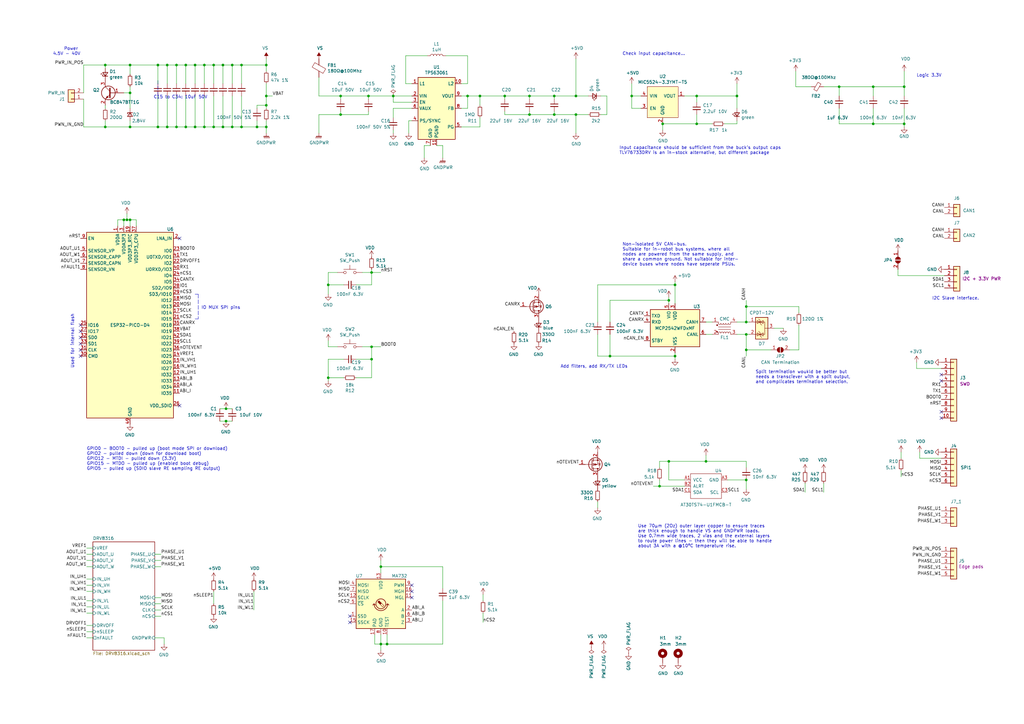
<source format=kicad_sch>
(kicad_sch (version 20210621) (generator eeschema)
  (paper "A3")
  (junction (at 43.18 26.67))
  (junction (at 43.18 52.07))
  (junction (at 50.8 90.17))
  (junction (at 52.07 90.17))
  (junction (at 53.34 26.67))
  (junction (at 53.34 38.1))
  (junction (at 53.34 52.07))
  (junction (at 53.34 90.17))
  (junction (at 64.77 26.67))
  (junction (at 64.77 52.07))
  (junction (at 68.58 26.67))
  (junction (at 68.58 52.07))
  (junction (at 72.39 26.67))
  (junction (at 72.39 52.07))
  (junction (at 76.2 26.67))
  (junction (at 76.2 52.07))
  (junction (at 80.01 26.67))
  (junction (at 80.01 52.07))
  (junction (at 83.82 26.67))
  (junction (at 83.82 52.07))
  (junction (at 87.63 26.67))
  (junction (at 87.63 52.07))
  (junction (at 91.44 26.67))
  (junction (at 91.44 52.07))
  (junction (at 92.71 167.64))
  (junction (at 92.71 172.72))
  (junction (at 95.25 26.67))
  (junction (at 95.25 52.07))
  (junction (at 99.06 26.67))
  (junction (at 99.06 52.07))
  (junction (at 105.41 52.07))
  (junction (at 109.22 26.67))
  (junction (at 109.22 39.37))
  (junction (at 109.22 43.18))
  (junction (at 109.22 52.07))
  (junction (at 134.62 116.84))
  (junction (at 134.62 154.94))
  (junction (at 139.7 39.37))
  (junction (at 139.7 46.99))
  (junction (at 151.13 39.37))
  (junction (at 152.4 111.76))
  (junction (at 152.4 142.24))
  (junction (at 152.4 147.32))
  (junction (at 156.21 232.41))
  (junction (at 156.21 264.16))
  (junction (at 158.75 264.16))
  (junction (at 161.29 39.37))
  (junction (at 191.77 39.37))
  (junction (at 196.85 39.37))
  (junction (at 207.01 39.37))
  (junction (at 217.17 39.37))
  (junction (at 217.17 46.99))
  (junction (at 227.33 39.37))
  (junction (at 227.33 46.99))
  (junction (at 236.22 39.37))
  (junction (at 236.22 46.99))
  (junction (at 250.19 146.05))
  (junction (at 259.08 39.37))
  (junction (at 270.51 199.39))
  (junction (at 271.78 50.8))
  (junction (at 274.32 123.19))
  (junction (at 274.32 189.23))
  (junction (at 276.86 116.84))
  (junction (at 276.86 146.05))
  (junction (at 285.75 39.37))
  (junction (at 285.75 50.8))
  (junction (at 289.56 189.23))
  (junction (at 302.26 39.37))
  (junction (at 306.07 125.73))
  (junction (at 306.07 132.08))
  (junction (at 306.07 137.16))
  (junction (at 306.07 143.51))
  (junction (at 306.07 196.85))
  (junction (at 344.17 35.56))
  (junction (at 358.14 35.56))
  (junction (at 358.14 50.8))
  (junction (at 370.84 35.56))
  (junction (at 370.84 50.8))
  (no_connect (at 33.02 133.35))
  (no_connect (at 33.02 135.89))
  (no_connect (at 33.02 138.43))
  (no_connect (at 33.02 140.97))
  (no_connect (at 33.02 143.51))
  (no_connect (at 33.02 146.05))
  (no_connect (at 73.66 97.79))
  (no_connect (at 73.66 166.37))
  (no_connect (at 143.51 252.73))
  (no_connect (at 143.51 255.27))
  (no_connect (at 168.91 240.03))
  (no_connect (at 168.91 242.57))
  (no_connect (at 168.91 245.11))
  (no_connect (at 386.08 153.67))
  (no_connect (at 386.08 156.21))
  (no_connect (at 386.08 168.91))
  (no_connect (at 386.08 171.45))
  (wire (pts (xy 34.29 26.67) (xy 34.29 38.1)))
  (wire (pts (xy 34.29 40.64) (xy 34.29 52.07)))
  (wire (pts (xy 35.56 224.79) (xy 38.1 224.79)))
  (wire (pts (xy 35.56 227.33) (xy 38.1 227.33)))
  (wire (pts (xy 35.56 232.41) (xy 38.1 232.41)))
  (wire (pts (xy 35.56 237.49) (xy 38.1 237.49)))
  (wire (pts (xy 35.56 242.57) (xy 38.1 242.57)))
  (wire (pts (xy 35.56 246.38) (xy 38.1 246.38)))
  (wire (pts (xy 35.56 251.46) (xy 38.1 251.46)))
  (wire (pts (xy 35.56 256.54) (xy 38.1 256.54)))
  (wire (pts (xy 35.56 261.62) (xy 38.1 261.62)))
  (wire (pts (xy 38.1 229.87) (xy 35.56 229.87)))
  (wire (pts (xy 38.1 240.03) (xy 35.56 240.03)))
  (wire (pts (xy 38.1 248.92) (xy 35.56 248.92)))
  (wire (pts (xy 38.1 259.08) (xy 35.56 259.08)))
  (wire (pts (xy 43.18 26.67) (xy 34.29 26.67)))
  (wire (pts (xy 43.18 26.67) (xy 43.18 27.94)))
  (wire (pts (xy 43.18 43.18) (xy 43.18 44.45)))
  (wire (pts (xy 43.18 49.53) (xy 43.18 52.07)))
  (wire (pts (xy 43.18 52.07) (xy 34.29 52.07)))
  (wire (pts (xy 48.26 90.17) (xy 50.8 90.17)))
  (wire (pts (xy 48.26 92.71) (xy 48.26 90.17)))
  (wire (pts (xy 50.8 90.17) (xy 52.07 90.17)))
  (wire (pts (xy 50.8 92.71) (xy 50.8 90.17)))
  (wire (pts (xy 52.07 87.63) (xy 52.07 90.17)))
  (wire (pts (xy 52.07 90.17) (xy 53.34 90.17)))
  (wire (pts (xy 53.34 26.67) (xy 43.18 26.67)))
  (wire (pts (xy 53.34 26.67) (xy 53.34 30.48)))
  (wire (pts (xy 53.34 35.56) (xy 53.34 38.1)))
  (wire (pts (xy 53.34 38.1) (xy 50.8 38.1)))
  (wire (pts (xy 53.34 38.1) (xy 53.34 44.45)))
  (wire (pts (xy 53.34 49.53) (xy 53.34 52.07)))
  (wire (pts (xy 53.34 52.07) (xy 43.18 52.07)))
  (wire (pts (xy 53.34 90.17) (xy 55.88 90.17)))
  (wire (pts (xy 53.34 92.71) (xy 53.34 90.17)))
  (wire (pts (xy 55.88 90.17) (xy 55.88 92.71)))
  (wire (pts (xy 63.5 229.87) (xy 66.04 229.87)))
  (wire (pts (xy 63.5 247.65) (xy 66.04 247.65)))
  (wire (pts (xy 64.77 26.67) (xy 53.34 26.67)))
  (wire (pts (xy 64.77 26.67) (xy 64.77 34.29)))
  (wire (pts (xy 64.77 39.37) (xy 64.77 52.07)))
  (wire (pts (xy 64.77 52.07) (xy 53.34 52.07)))
  (wire (pts (xy 66.04 227.33) (xy 63.5 227.33)))
  (wire (pts (xy 66.04 232.41) (xy 63.5 232.41)))
  (wire (pts (xy 66.04 245.11) (xy 63.5 245.11)))
  (wire (pts (xy 66.04 250.19) (xy 63.5 250.19)))
  (wire (pts (xy 66.04 252.73) (xy 63.5 252.73)))
  (wire (pts (xy 67.31 261.62) (xy 63.5 261.62)))
  (wire (pts (xy 67.31 264.16) (xy 67.31 261.62)))
  (wire (pts (xy 68.58 26.67) (xy 64.77 26.67)))
  (wire (pts (xy 68.58 26.67) (xy 68.58 34.29)))
  (wire (pts (xy 68.58 39.37) (xy 68.58 52.07)))
  (wire (pts (xy 68.58 52.07) (xy 64.77 52.07)))
  (wire (pts (xy 72.39 26.67) (xy 68.58 26.67)))
  (wire (pts (xy 72.39 26.67) (xy 72.39 34.29)))
  (wire (pts (xy 72.39 39.37) (xy 72.39 52.07)))
  (wire (pts (xy 72.39 52.07) (xy 68.58 52.07)))
  (wire (pts (xy 76.2 26.67) (xy 72.39 26.67)))
  (wire (pts (xy 76.2 26.67) (xy 76.2 34.29)))
  (wire (pts (xy 76.2 39.37) (xy 76.2 52.07)))
  (wire (pts (xy 76.2 52.07) (xy 72.39 52.07)))
  (wire (pts (xy 80.01 26.67) (xy 76.2 26.67)))
  (wire (pts (xy 80.01 26.67) (xy 80.01 34.29)))
  (wire (pts (xy 80.01 39.37) (xy 80.01 52.07)))
  (wire (pts (xy 80.01 52.07) (xy 76.2 52.07)))
  (wire (pts (xy 83.82 26.67) (xy 80.01 26.67)))
  (wire (pts (xy 83.82 26.67) (xy 83.82 34.29)))
  (wire (pts (xy 83.82 39.37) (xy 83.82 52.07)))
  (wire (pts (xy 83.82 52.07) (xy 80.01 52.07)))
  (wire (pts (xy 87.63 26.67) (xy 83.82 26.67)))
  (wire (pts (xy 87.63 26.67) (xy 87.63 34.29)))
  (wire (pts (xy 87.63 39.37) (xy 87.63 52.07)))
  (wire (pts (xy 87.63 52.07) (xy 83.82 52.07)))
  (wire (pts (xy 87.63 242.57) (xy 87.63 247.65)))
  (wire (pts (xy 90.17 172.72) (xy 92.71 172.72)))
  (wire (pts (xy 91.44 26.67) (xy 87.63 26.67)))
  (wire (pts (xy 91.44 26.67) (xy 91.44 34.29)))
  (wire (pts (xy 91.44 39.37) (xy 91.44 52.07)))
  (wire (pts (xy 91.44 52.07) (xy 87.63 52.07)))
  (wire (pts (xy 92.71 167.64) (xy 90.17 167.64)))
  (wire (pts (xy 92.71 172.72) (xy 95.25 172.72)))
  (wire (pts (xy 95.25 26.67) (xy 91.44 26.67)))
  (wire (pts (xy 95.25 26.67) (xy 95.25 34.29)))
  (wire (pts (xy 95.25 39.37) (xy 95.25 52.07)))
  (wire (pts (xy 95.25 52.07) (xy 91.44 52.07)))
  (wire (pts (xy 95.25 167.64) (xy 92.71 167.64)))
  (wire (pts (xy 99.06 26.67) (xy 95.25 26.67)))
  (wire (pts (xy 99.06 26.67) (xy 99.06 34.29)))
  (wire (pts (xy 99.06 39.37) (xy 99.06 52.07)))
  (wire (pts (xy 99.06 52.07) (xy 95.25 52.07)))
  (wire (pts (xy 104.14 242.57) (xy 104.14 250.19)))
  (wire (pts (xy 105.41 43.18) (xy 105.41 44.45)))
  (wire (pts (xy 105.41 49.53) (xy 105.41 52.07)))
  (wire (pts (xy 105.41 52.07) (xy 99.06 52.07)))
  (wire (pts (xy 109.22 24.13) (xy 109.22 26.67)))
  (wire (pts (xy 109.22 26.67) (xy 99.06 26.67)))
  (wire (pts (xy 109.22 26.67) (xy 109.22 29.21)))
  (wire (pts (xy 109.22 34.29) (xy 109.22 39.37)))
  (wire (pts (xy 109.22 39.37) (xy 109.22 43.18)))
  (wire (pts (xy 109.22 43.18) (xy 105.41 43.18)))
  (wire (pts (xy 109.22 43.18) (xy 109.22 44.45)))
  (wire (pts (xy 109.22 49.53) (xy 109.22 52.07)))
  (wire (pts (xy 109.22 52.07) (xy 105.41 52.07)))
  (wire (pts (xy 109.22 52.07) (xy 109.22 54.61)))
  (wire (pts (xy 111.76 39.37) (xy 109.22 39.37)))
  (wire (pts (xy 130.81 39.37) (xy 130.81 31.75)))
  (wire (pts (xy 130.81 39.37) (xy 139.7 39.37)))
  (wire (pts (xy 130.81 46.99) (xy 130.81 54.61)))
  (wire (pts (xy 130.81 46.99) (xy 139.7 46.99)))
  (wire (pts (xy 134.62 111.76) (xy 134.62 116.84)))
  (wire (pts (xy 134.62 116.84) (xy 134.62 120.65)))
  (wire (pts (xy 134.62 139.7) (xy 134.62 142.24)))
  (wire (pts (xy 134.62 147.32) (xy 134.62 154.94)))
  (wire (pts (xy 134.62 154.94) (xy 134.62 156.21)))
  (wire (pts (xy 138.43 111.76) (xy 134.62 111.76)))
  (wire (pts (xy 138.43 142.24) (xy 134.62 142.24)))
  (wire (pts (xy 139.7 39.37) (xy 139.7 40.64)))
  (wire (pts (xy 139.7 39.37) (xy 151.13 39.37)))
  (wire (pts (xy 139.7 45.72) (xy 139.7 46.99)))
  (wire (pts (xy 139.7 46.99) (xy 151.13 46.99)))
  (wire (pts (xy 140.97 116.84) (xy 134.62 116.84)))
  (wire (pts (xy 140.97 147.32) (xy 134.62 147.32)))
  (wire (pts (xy 140.97 154.94) (xy 134.62 154.94)))
  (wire (pts (xy 146.05 154.94) (xy 152.4 154.94)))
  (wire (pts (xy 151.13 39.37) (xy 161.29 39.37)))
  (wire (pts (xy 151.13 40.64) (xy 151.13 39.37)))
  (wire (pts (xy 151.13 46.99) (xy 151.13 45.72)))
  (wire (pts (xy 152.4 111.76) (xy 148.59 111.76)))
  (wire (pts (xy 152.4 111.76) (xy 152.4 110.49)))
  (wire (pts (xy 152.4 111.76) (xy 152.4 116.84)))
  (wire (pts (xy 152.4 116.84) (xy 146.05 116.84)))
  (wire (pts (xy 152.4 142.24) (xy 148.59 142.24)))
  (wire (pts (xy 152.4 142.24) (xy 152.4 147.32)))
  (wire (pts (xy 152.4 147.32) (xy 146.05 147.32)))
  (wire (pts (xy 152.4 154.94) (xy 152.4 147.32)))
  (wire (pts (xy 153.67 260.35) (xy 153.67 264.16)))
  (wire (pts (xy 153.67 264.16) (xy 156.21 264.16)))
  (wire (pts (xy 156.21 111.76) (xy 152.4 111.76)))
  (wire (pts (xy 156.21 142.24) (xy 152.4 142.24)))
  (wire (pts (xy 156.21 232.41) (xy 156.21 229.87)))
  (wire (pts (xy 156.21 232.41) (xy 181.61 232.41)))
  (wire (pts (xy 156.21 234.95) (xy 156.21 232.41)))
  (wire (pts (xy 156.21 260.35) (xy 156.21 264.16)))
  (wire (pts (xy 156.21 264.16) (xy 156.21 266.7)))
  (wire (pts (xy 158.75 260.35) (xy 158.75 264.16)))
  (wire (pts (xy 158.75 264.16) (xy 156.21 264.16)))
  (wire (pts (xy 161.29 39.37) (xy 161.29 41.91)))
  (wire (pts (xy 161.29 41.91) (xy 168.91 41.91)))
  (wire (pts (xy 161.29 44.45) (xy 161.29 48.26)))
  (wire (pts (xy 161.29 53.34) (xy 161.29 54.61)))
  (wire (pts (xy 166.37 22.86) (xy 166.37 34.29)))
  (wire (pts (xy 166.37 34.29) (xy 168.91 34.29)))
  (wire (pts (xy 167.64 49.53) (xy 167.64 54.61)))
  (wire (pts (xy 168.91 39.37) (xy 161.29 39.37)))
  (wire (pts (xy 168.91 44.45) (xy 161.29 44.45)))
  (wire (pts (xy 168.91 49.53) (xy 167.64 49.53)))
  (wire (pts (xy 173.99 59.69) (xy 173.99 64.77)))
  (wire (pts (xy 175.26 22.86) (xy 166.37 22.86)))
  (wire (pts (xy 176.53 59.69) (xy 173.99 59.69)))
  (wire (pts (xy 179.07 59.69) (xy 181.61 59.69)))
  (wire (pts (xy 181.61 59.69) (xy 181.61 64.77)))
  (wire (pts (xy 181.61 232.41) (xy 181.61 241.3)))
  (wire (pts (xy 181.61 246.38) (xy 181.61 264.16)))
  (wire (pts (xy 181.61 264.16) (xy 158.75 264.16)))
  (wire (pts (xy 189.23 34.29) (xy 191.77 34.29)))
  (wire (pts (xy 189.23 44.45) (xy 191.77 44.45)))
  (wire (pts (xy 189.23 52.07) (xy 196.85 52.07)))
  (wire (pts (xy 191.77 22.86) (xy 182.88 22.86)))
  (wire (pts (xy 191.77 34.29) (xy 191.77 22.86)))
  (wire (pts (xy 191.77 39.37) (xy 189.23 39.37)))
  (wire (pts (xy 191.77 39.37) (xy 196.85 39.37)))
  (wire (pts (xy 191.77 44.45) (xy 191.77 39.37)))
  (wire (pts (xy 196.85 39.37) (xy 196.85 43.18)))
  (wire (pts (xy 196.85 39.37) (xy 207.01 39.37)))
  (wire (pts (xy 196.85 48.26) (xy 196.85 52.07)))
  (wire (pts (xy 198.12 243.84) (xy 198.12 246.38)))
  (wire (pts (xy 198.12 251.46) (xy 198.12 255.27)))
  (wire (pts (xy 207.01 39.37) (xy 207.01 40.64)))
  (wire (pts (xy 207.01 39.37) (xy 217.17 39.37)))
  (wire (pts (xy 207.01 45.72) (xy 207.01 46.99)))
  (wire (pts (xy 207.01 46.99) (xy 217.17 46.99)))
  (wire (pts (xy 217.17 39.37) (xy 227.33 39.37)))
  (wire (pts (xy 217.17 40.64) (xy 217.17 39.37)))
  (wire (pts (xy 217.17 46.99) (xy 217.17 45.72)))
  (wire (pts (xy 217.17 46.99) (xy 227.33 46.99)))
  (wire (pts (xy 227.33 39.37) (xy 227.33 40.64)))
  (wire (pts (xy 227.33 39.37) (xy 236.22 39.37)))
  (wire (pts (xy 227.33 45.72) (xy 227.33 46.99)))
  (wire (pts (xy 227.33 46.99) (xy 236.22 46.99)))
  (wire (pts (xy 236.22 24.13) (xy 236.22 39.37)))
  (wire (pts (xy 236.22 39.37) (xy 241.3 39.37)))
  (wire (pts (xy 236.22 46.99) (xy 236.22 54.61)))
  (wire (pts (xy 241.3 46.99) (xy 236.22 46.99)))
  (wire (pts (xy 245.11 116.84) (xy 245.11 132.08)))
  (wire (pts (xy 245.11 137.16) (xy 245.11 146.05)))
  (wire (pts (xy 245.11 146.05) (xy 250.19 146.05)))
  (wire (pts (xy 245.11 205.74) (xy 245.11 208.28)))
  (wire (pts (xy 246.38 39.37) (xy 248.92 39.37)))
  (wire (pts (xy 248.92 39.37) (xy 248.92 46.99)))
  (wire (pts (xy 248.92 46.99) (xy 246.38 46.99)))
  (wire (pts (xy 250.19 123.19) (xy 250.19 132.08)))
  (wire (pts (xy 250.19 123.19) (xy 274.32 123.19)))
  (wire (pts (xy 250.19 137.16) (xy 250.19 146.05)))
  (wire (pts (xy 250.19 146.05) (xy 276.86 146.05)))
  (wire (pts (xy 259.08 34.29) (xy 259.08 39.37)))
  (wire (pts (xy 259.08 39.37) (xy 259.08 44.45)))
  (wire (pts (xy 259.08 39.37) (xy 262.89 39.37)))
  (wire (pts (xy 259.08 44.45) (xy 262.89 44.45)))
  (wire (pts (xy 267.97 199.39) (xy 270.51 199.39)))
  (wire (pts (xy 270.51 189.23) (xy 270.51 191.77)))
  (wire (pts (xy 270.51 196.85) (xy 270.51 199.39)))
  (wire (pts (xy 270.51 199.39) (xy 280.67 199.39)))
  (wire (pts (xy 271.78 50.8) (xy 271.78 53.34)))
  (wire (pts (xy 271.78 50.8) (xy 285.75 50.8)))
  (wire (pts (xy 274.32 121.92) (xy 274.32 123.19)))
  (wire (pts (xy 274.32 123.19) (xy 274.32 124.46)))
  (wire (pts (xy 274.32 189.23) (xy 270.51 189.23)))
  (wire (pts (xy 274.32 189.23) (xy 274.32 196.85)))
  (wire (pts (xy 274.32 196.85) (xy 280.67 196.85)))
  (wire (pts (xy 276.86 115.57) (xy 276.86 116.84)))
  (wire (pts (xy 276.86 116.84) (xy 245.11 116.84)))
  (wire (pts (xy 276.86 116.84) (xy 276.86 124.46)))
  (wire (pts (xy 276.86 146.05) (xy 276.86 144.78)))
  (wire (pts (xy 276.86 146.05) (xy 276.86 147.32)))
  (wire (pts (xy 280.67 39.37) (xy 285.75 39.37)))
  (wire (pts (xy 285.75 39.37) (xy 285.75 41.91)))
  (wire (pts (xy 285.75 39.37) (xy 302.26 39.37)))
  (wire (pts (xy 285.75 46.99) (xy 285.75 50.8)))
  (wire (pts (xy 285.75 50.8) (xy 292.1 50.8)))
  (wire (pts (xy 289.56 132.08) (xy 292.1 132.08)))
  (wire (pts (xy 289.56 186.69) (xy 289.56 189.23)))
  (wire (pts (xy 289.56 189.23) (xy 274.32 189.23)))
  (wire (pts (xy 292.1 137.16) (xy 289.56 137.16)))
  (wire (pts (xy 297.18 50.8) (xy 302.26 50.8)))
  (wire (pts (xy 302.26 34.29) (xy 302.26 39.37)))
  (wire (pts (xy 302.26 39.37) (xy 302.26 44.45)))
  (wire (pts (xy 302.26 49.53) (xy 302.26 50.8)))
  (wire (pts (xy 302.26 132.08) (xy 306.07 132.08)))
  (wire (pts (xy 302.26 137.16) (xy 306.07 137.16)))
  (wire (pts (xy 306.07 125.73) (xy 306.07 123.19)))
  (wire (pts (xy 306.07 125.73) (xy 306.07 132.08)))
  (wire (pts (xy 306.07 125.73) (xy 327.66 125.73)))
  (wire (pts (xy 306.07 137.16) (xy 306.07 143.51)))
  (wire (pts (xy 306.07 143.51) (xy 306.07 146.05)))
  (wire (pts (xy 306.07 143.51) (xy 316.23 143.51)))
  (wire (pts (xy 306.07 189.23) (xy 289.56 189.23)))
  (wire (pts (xy 306.07 191.77) (xy 306.07 189.23)))
  (wire (pts (xy 306.07 196.85) (xy 298.45 196.85)))
  (wire (pts (xy 306.07 196.85) (xy 306.07 200.66)))
  (wire (pts (xy 307.34 132.08) (xy 306.07 132.08)))
  (wire (pts (xy 307.34 137.16) (xy 306.07 137.16)))
  (wire (pts (xy 317.5 134.62) (xy 321.31 134.62)))
  (wire (pts (xy 326.39 29.21) (xy 326.39 35.56)))
  (wire (pts (xy 326.39 35.56) (xy 332.74 35.56)))
  (wire (pts (xy 327.66 125.73) (xy 327.66 128.27)))
  (wire (pts (xy 327.66 133.35) (xy 327.66 143.51)))
  (wire (pts (xy 327.66 143.51) (xy 323.85 143.51)))
  (wire (pts (xy 330.2 198.12) (xy 330.2 201.93)))
  (wire (pts (xy 337.82 198.12) (xy 337.82 201.93)))
  (wire (pts (xy 344.17 35.56) (xy 337.82 35.56)))
  (wire (pts (xy 344.17 35.56) (xy 344.17 39.37)))
  (wire (pts (xy 344.17 35.56) (xy 358.14 35.56)))
  (wire (pts (xy 344.17 44.45) (xy 344.17 50.8)))
  (wire (pts (xy 344.17 50.8) (xy 358.14 50.8)))
  (wire (pts (xy 358.14 35.56) (xy 358.14 39.37)))
  (wire (pts (xy 358.14 35.56) (xy 370.84 35.56)))
  (wire (pts (xy 358.14 44.45) (xy 358.14 50.8)))
  (wire (pts (xy 358.14 50.8) (xy 370.84 50.8)))
  (wire (pts (xy 368.3 110.49) (xy 368.3 113.03)))
  (wire (pts (xy 368.3 113.03) (xy 387.35 113.03)))
  (wire (pts (xy 369.57 185.42) (xy 369.57 187.96)))
  (wire (pts (xy 369.57 193.04) (xy 369.57 195.58)))
  (wire (pts (xy 370.84 29.21) (xy 370.84 35.56)))
  (wire (pts (xy 370.84 35.56) (xy 370.84 39.37)))
  (wire (pts (xy 370.84 44.45) (xy 370.84 50.8)))
  (wire (pts (xy 370.84 50.8) (xy 370.84 52.07)))
  (wire (pts (xy 375.92 148.59) (xy 375.92 151.13)))
  (wire (pts (xy 375.92 151.13) (xy 386.08 151.13)))
  (wire (pts (xy 377.19 187.96) (xy 377.19 185.42)))
  (wire (pts (xy 386.08 187.96) (xy 377.19 187.96)))
  (polyline (pts (xy 64.77 33.02) (xy 64.77 40.64)))
  (polyline (pts (xy 80.01 120.65) (xy 81.28 120.65)))
  (polyline (pts (xy 81.28 120.65) (xy 81.28 130.81)))
  (polyline (pts (xy 81.28 130.81) (xy 80.01 130.81)))
  (text "Add TVS to VBATOUT" (at 16.51 -19.05 0) (effects (font (size 1.27 1.27)) (justify left bottom)))
  (text "Pick LEDs and check currents" (at 16.51 -13.97 0) (effects (font (size 1.27 1.27)) (justify left bottom)))
  (text "Check FET thresholds" (at 16.51 -8.89 0) (effects (font (size 1.27 1.27)) (justify left bottom)))
  (text "Add IO1 port" (at 17.145 -3.81 0) (effects (font (size 1.27 1.27)) (justify left bottom)))
  (text "Used for internal flash" (at 30.48 151.13 90) (effects (font (size 1.27 1.27)) (justify left bottom)))
  (text "Power \n4.5V - 40V" (at 33.02 22.86 180) (effects (font (size 1.27 1.27)) (justify right bottom)))
  (text "GPIO0 - BOOT0 - pulled up (boot mode SPI or download)\nGPIO2 - pulled down (down for download boot)\nGPIO12 - MTDI - pulled down (3.3V)\nGPIO15 - MTDO - pulled up (enabled boot debug)\nGPIO5 - pulled up (SDIO slave RE sampling RE output)" (at 35.56 193.04 0) (effects (font (size 1.27 1.27)) (justify left bottom)))
  (text "IO MUX SPI pins" (at 82.55 127 0) (effects (font (size 1.27 1.27)) (justify left bottom)))
  (text "C15 to C34: 10uF 50V" (at 85.09 40.64 180) (effects (font (size 1.27 1.27)) (justify right bottom)))
  (text "Add filters, add RX/TX LEDs" (at 229.87 151.13 0) (effects (font (size 1.27 1.27)) (justify left bottom)))
  (text "Input capacitance should be sufficient from the buck’s output caps\nTLV76733DRV is an in-stock alternative, but different package" (at 254 63.5 0) (effects (font (size 1.27 1.27)) (justify left bottom)))
  (text "Check input capacitance…" (at 255.27 22.86 0) (effects (font (size 1.27 1.27)) (justify left bottom)))
  (text "Non-isolated 5V CAN-bus.\nSuitable for in-robot bus systems, where all \nnodes are powered from the same supply, and \nshare a common ground. Not suitable for inter-\ndevice buses where nodes have seperate PSUs." (at 255.27 109.22 0) (effects (font (size 1.27 1.27)) (justify left bottom)))
  (text "Use 70µm (2Oz) outer layer copper to ensure traces \nare thick enough to handle VS and GNDPWR loads.\nUse 0.7mm wide traces, 2 vias and the external layers\nto route power lines - then they will be able to handle \nabout 3A with a @10ºC temperature rise." (at 261.62 224.79 0) (effects (font (size 1.27 1.27)) (justify left bottom)))
  (text "Split termination woukld be better but\nneeds a transciever with a split output,\nand complicates termination selection." (at 309.88 157.48 0) (effects (font (size 1.27 1.27)) (justify left bottom)))
  (text "Logic 3.3V" (at 375.92 31.75 0) (effects (font (size 1.27 1.27)) (justify left bottom)))
  (text "I2C Slave interface." (at 382.27 123.19 0) (effects (font (size 1.27 1.27)) (justify left bottom)))
  (label "nRST" (at 33.02 97.79 180))
  (label "AOUT_U1" (at 33.02 102.87 180))
  (label "AOUT_W1" (at 33.02 105.41 180))
  (label "AOUT_V1" (at 33.02 107.95 180))
  (label "nFAULT1" (at 33.02 110.49 180))
  (label "PWR_IN_POS" (at 34.29 26.67 180))
  (label "PWN_IN_GND" (at 34.29 52.07 180))
  (label "VREF1" (at 35.56 224.79 180))
  (label "AOUT_U1" (at 35.56 227.33 180))
  (label "AOUT_V1" (at 35.56 229.87 180))
  (label "AOUT_W1" (at 35.56 232.41 180))
  (label "IN_UH1" (at 35.56 237.49 180))
  (label "IN_VH1" (at 35.56 240.03 180))
  (label "IN_WH1" (at 35.56 242.57 180))
  (label "IN_UL1" (at 35.56 246.38 180))
  (label "IN_VL1" (at 35.56 248.92 180))
  (label "IN_WL1" (at 35.56 251.46 180))
  (label "DRVOFF1" (at 35.56 256.54 180))
  (label "nSLEEP1" (at 35.56 259.08 180))
  (label "nFAULT1" (at 35.56 261.62 180))
  (label "PHASE_U1" (at 66.04 227.33 0))
  (label "PHASE_V1" (at 66.04 229.87 0))
  (label "PHASE_W1" (at 66.04 232.41 0))
  (label "MOSI" (at 66.04 245.11 0))
  (label "MISO" (at 66.04 247.65 0))
  (label "SCLK" (at 66.04 250.19 0))
  (label "nCS1" (at 66.04 252.73 0))
  (label "BOOT0" (at 73.66 102.87 0))
  (label "TX1" (at 73.66 105.41 0))
  (label "DRVOFF1" (at 73.66 107.95 0))
  (label "RX1" (at 73.66 110.49 0))
  (label "nCS1" (at 73.66 113.03 0))
  (label "CANTX" (at 73.66 115.57 0))
  (label "IO1" (at 73.66 118.11 0))
  (label "nCS3" (at 73.66 120.65 0))
  (label "MISO" (at 73.66 123.19 0))
  (label "MOSI" (at 73.66 125.73 0))
  (label "SCLK" (at 73.66 128.27 0))
  (label "nCS2" (at 73.66 130.81 0))
  (label "CANRX" (at 73.66 133.35 0))
  (label "VBAT" (at 73.66 135.89 0))
  (label "SDA1" (at 73.66 138.43 0))
  (label "SCL1" (at 73.66 140.97 0))
  (label "nOTEVENT" (at 73.66 143.51 0))
  (label "VREF1" (at 73.66 146.05 0))
  (label "IN_VH1" (at 73.66 148.59 0))
  (label "IN_WH1" (at 73.66 151.13 0))
  (label "IN_UH1" (at 73.66 153.67 0))
  (label "ABI_B" (at 73.66 156.21 0))
  (label "ABI_A" (at 73.66 158.75 0))
  (label "ABI_I" (at 73.66 161.29 0))
  (label "nSLEEP1" (at 87.63 245.11 180))
  (label "IN_UL1" (at 104.14 245.11 180))
  (label "IN_VL1" (at 104.14 247.65 180))
  (label "IN_WL1" (at 104.14 250.19 180))
  (label "VBAT" (at 111.76 39.37 0))
  (label "MOSI" (at 143.51 240.03 180))
  (label "MISO" (at 143.51 242.57 180))
  (label "SCLK" (at 143.51 245.11 180))
  (label "nCS2" (at 143.51 247.65 180))
  (label "nRST" (at 156.21 111.76 0))
  (label "BOOT0" (at 156.21 142.24 0))
  (label "ABI_A" (at 168.91 250.19 0))
  (label "ABI_B" (at 168.91 252.73 0))
  (label "ABI_I" (at 168.91 255.27 0))
  (label "nCS2" (at 198.12 255.27 0))
  (label "nCAN_EN" (at 210.82 135.89 180))
  (label "CANRX" (at 213.36 125.73 180))
  (label "nOTEVENT" (at 237.49 190.5 180))
  (label "CANTX" (at 264.16 129.54 180))
  (label "CANRX" (at 264.16 132.08 180))
  (label "nCAN_EN" (at 264.16 139.7 180))
  (label "nOTEVENT" (at 267.97 199.39 180))
  (label "SDA1" (at 280.67 201.93 180))
  (label "SCL1" (at 298.45 201.93 0))
  (label "CANH" (at 306.07 123.19 90))
  (label "CANL" (at 306.07 146.05 270))
  (label "SDA1" (at 330.2 201.93 180))
  (label "SCL1" (at 337.82 201.93 180))
  (label "nCS3" (at 369.57 195.58 0))
  (label "RX1" (at 386.08 158.75 180))
  (label "TX1" (at 386.08 161.29 180))
  (label "BOOT0" (at 386.08 163.83 180))
  (label "nRST" (at 386.08 166.37 180))
  (label "MOSI" (at 386.08 190.5 180))
  (label "MISO" (at 386.08 193.04 180))
  (label "SCLK" (at 386.08 195.58 180))
  (label "nCS3" (at 386.08 198.12 180))
  (label "PHASE_U1" (at 386.08 209.55 180))
  (label "PHASE_V1" (at 386.08 212.09 180))
  (label "PHASE_W1" (at 386.08 214.63 180))
  (label "PWR_IN_POS" (at 386.08 226.06 180))
  (label "PWN_IN_GND" (at 386.08 228.6 180))
  (label "PHASE_U1" (at 386.08 231.14 180))
  (label "PHASE_V1" (at 386.08 233.68 180))
  (label "PHASE_W1" (at 386.08 236.22 180))
  (label "CANH" (at 387.35 85.09 180))
  (label "CANL" (at 387.35 87.63 180))
  (label "CANH" (at 387.35 95.25 180))
  (label "CANL" (at 387.35 97.79 180))
  (label "SDA1" (at 387.35 115.57 180))
  (label "SCL1" (at 387.35 118.11 180))
  (symbol (lib_id "power:VDD") (at 52.07 87.63 0) (mirror y) (unit 1)
    (property "Reference" "#PWR01" (effects hide))
    (property "Value" "VDD" (at 51.6382 83.2358 0))
  )
  (symbol (lib_id "power:+5VD") (at 87.63 237.49 0) (unit 1)
    (property "Reference" "#PWR03" (effects hide))
    (property "Value" "+5VD" (at 88.011 233.0958 0))
  )
  (symbol (lib_id "power:VDD") (at 92.71 167.64 0) (mirror y) (unit 1)
    (property "Reference" "#PWR07" (effects hide))
    (property "Value" "VDD" (at 92.2782 163.2458 0))
  )
  (symbol (lib_id "power:VDD") (at 104.14 237.49 0) (unit 1)
    (property "Reference" "#PWR0103" (effects hide))
    (property "Value" "VDD" (at 104.5718 233.0958 0))
  )
  (symbol (lib_id "power:VS") (at 109.22 24.13 0) (mirror y) (unit 1)
    (property "Reference" "#PWR05" (effects hide))
    (property "Value" "VS" (at 108.7882 19.7358 0))
  )
  (symbol (lib_id "power:VS") (at 130.81 24.13 0) (unit 1)
    (property "Reference" "#PWR09" (effects hide))
    (property "Value" "VS" (at 131.2418 19.7358 0))
  )
  (symbol (lib_id "power:VDD") (at 134.62 139.7 0) (mirror y) (unit 1)
    (property "Reference" "#PWR018" (effects hide))
    (property "Value" "VDD" (at 134.1882 135.3058 0))
  )
  (symbol (lib_id "power:VDD") (at 152.4 105.41 0) (unit 1)
    (property "Reference" "#PWR020" (effects hide))
    (property "Value" "VDD" (at 149.86 101.6 0) (effects (justify left)))
  )
  (symbol (lib_id "power:VDD") (at 156.21 229.87 0) (unit 1)
    (property "Reference" "#PWR049" (effects hide))
    (property "Value" "VDD" (at 156.6418 225.4758 0))
  )
  (symbol (lib_id "power:VDD") (at 198.12 243.84 0) (unit 1)
    (property "Reference" "#PWR023" (effects hide))
    (property "Value" "VDD" (at 198.5518 239.4458 0))
  )
  (symbol (lib_id "power:VDD") (at 220.98 120.65 0) (mirror y) (unit 1)
    (property "Reference" "#PWR022" (effects hide))
    (property "Value" "VDD" (at 218.44 118.11 0))
  )
  (symbol (lib_id "power:+5VD") (at 236.22 24.13 0) (unit 1)
    (property "Reference" "#PWR024" (effects hide))
    (property "Value" "+5VD" (at 236.601 19.7358 0))
  )
  (symbol (lib_id "power:VS") (at 242.57 265.43 0) (mirror y) (unit 1)
    (property "Reference" "#PWR027" (effects hide))
    (property "Value" "VS" (at 242.1382 261.0358 0))
  )
  (symbol (lib_id "power:VDD") (at 245.11 185.42 0) (mirror y) (unit 1)
    (property "Reference" "#PWR033" (effects hide))
    (property "Value" "VDD" (at 244.6782 181.0258 0))
  )
  (symbol (lib_id "power:VDD") (at 247.65 265.43 0) (mirror y) (unit 1)
    (property "Reference" "#PWR028" (effects hide))
    (property "Value" "VDD" (at 247.2182 261.0358 0))
  )
  (symbol (lib_id "power:+5VD") (at 259.08 34.29 0) (unit 1)
    (property "Reference" "#PWR031" (effects hide))
    (property "Value" "+5VD" (at 259.461 29.8958 0))
  )
  (symbol (lib_id "power:VDD") (at 274.32 121.92 0) (mirror y) (unit 1)
    (property "Reference" "#PWR038" (effects hide))
    (property "Value" "VDD" (at 271.78 119.38 0))
  )
  (symbol (lib_id "power:+5VD") (at 276.86 115.57 0) (unit 1)
    (property "Reference" "#PWR039" (effects hide))
    (property "Value" "+5VD" (at 280.67 113.03 0))
  )
  (symbol (lib_id "power:VDD") (at 289.56 186.69 0) (mirror y) (unit 1)
    (property "Reference" "#PWR044" (effects hide))
    (property "Value" "VDD" (at 289.1282 182.2958 0))
  )
  (symbol (lib_id "power:+3V3") (at 302.26 34.29 0) (mirror y) (unit 1)
    (property "Reference" "#PWR043" (effects hide))
    (property "Value" "+3V3" (at 301.879 29.8958 0))
  )
  (symbol (lib_id "power:+3V3") (at 326.39 29.21 0) (mirror y) (unit 1)
    (property "Reference" "#PWR056" (effects hide))
    (property "Value" "+3V3" (at 326.009 24.8158 0))
  )
  (symbol (lib_id "power:VDD") (at 330.2 193.04 0) (mirror y) (unit 1)
    (property "Reference" "#PWR058" (effects hide))
    (property "Value" "VDD" (at 329.7682 188.6458 0))
  )
  (symbol (lib_id "power:VDD") (at 337.82 193.04 0) (mirror y) (unit 1)
    (property "Reference" "#PWR065" (effects hide))
    (property "Value" "VDD" (at 337.3882 188.6458 0))
  )
  (symbol (lib_id "power:VDD") (at 368.3 102.87 0) (unit 1)
    (property "Reference" "#PWR0102" (effects hide))
    (property "Value" "VDD" (at 368.7318 98.4758 0))
  )
  (symbol (lib_id "power:VDD") (at 369.57 185.42 0) (unit 1)
    (property "Reference" "#PWR026" (effects hide))
    (property "Value" "VDD" (at 370.0018 181.0258 0))
  )
  (symbol (lib_id "power:VDD") (at 370.84 29.21 0) (unit 1)
    (property "Reference" "#PWR070" (effects hide))
    (property "Value" "VDD" (at 369.57 24.13 0) (effects (justify left)))
  )
  (symbol (lib_id "power:+3V3") (at 375.92 148.59 0) (mirror y) (unit 1)
    (property "Reference" "#PWR076" (effects hide))
    (property "Value" "+3V3" (at 375.539 144.1958 0))
  )
  (symbol (lib_id "power:VDD") (at 377.19 185.42 0) (unit 1)
    (property "Reference" "#PWR032" (effects hide))
    (property "Value" "VDD" (at 377.6218 181.0258 0))
  )
  (symbol (lib_id "power:PWR_FLAG") (at 161.29 39.37 0) (unit 1)
    (property "Reference" "#FLG01" (effects hide))
    (property "Value" "PWR_FLAG" (at 161.29 36.1188 90) (effects (justify left)))
  )
  (symbol (lib_id "power:PWR_FLAG") (at 242.57 265.43 0) (mirror x) (unit 1)
    (property "Reference" "#FLG05" (effects hide))
    (property "Value" "PWR_FLAG" (at 242.57 268.6812 90) (effects (justify left)))
  )
  (symbol (lib_id "power:PWR_FLAG") (at 247.65 265.43 0) (mirror x) (unit 1)
    (property "Reference" "#FLG06" (effects hide))
    (property "Value" "PWR_FLAG" (at 247.65 268.6812 90) (effects (justify left)))
  )
  (symbol (lib_id "power:PWR_FLAG") (at 257.81 267.97 0) (mirror y) (unit 1)
    (property "Reference" "#FLG08" (effects hide))
    (property "Value" "PWR_FLAG" (at 257.81 264.7188 90) (effects (justify left)))
  )
  (symbol (lib_id "power:GNDPWR") (at 109.22 54.61 0) (mirror y) (unit 1)
    (property "Reference" "#PWR06" (effects hide))
    (property "Value" "GNDPWR" (at 109.1184 58.5216 0))
  )
  (symbol (lib_id "power:GNDPWR") (at 130.81 54.61 0) (unit 1)
    (property "Reference" "#PWR010" (effects hide))
    (property "Value" "GNDPWR" (at 130.9116 58.5216 0))
  )
  (symbol (lib_id "power:GNDPWR") (at 181.61 64.77 0) (unit 1)
    (property "Reference" "#PWR014" (effects hide))
    (property "Value" "GNDPWR" (at 181.7116 68.6816 0))
  )
  (symbol (lib_id "power:GND") (at 53.34 173.99 0) (mirror y) (unit 1)
    (property "Reference" "#PWR02" (effects hide))
    (property "Value" "GND" (at 53.213 178.3842 0))
  )
  (symbol (lib_id "power:GND") (at 67.31 264.16 0) (mirror y) (unit 1)
    (property "Reference" "#PWR015" (effects hide))
    (property "Value" "GND" (at 67.183 268.5542 0))
  )
  (symbol (lib_id "power:GND") (at 87.63 252.73 0) (mirror y) (unit 1)
    (property "Reference" "#PWR04" (effects hide))
    (property "Value" "GND" (at 87.503 257.1242 0))
  )
  (symbol (lib_id "power:GND") (at 92.71 172.72 0) (mirror y) (unit 1)
    (property "Reference" "#PWR08" (effects hide))
    (property "Value" "GND" (at 92.583 177.1142 0))
  )
  (symbol (lib_id "power:GND") (at 134.62 120.65 0) (mirror y) (unit 1)
    (property "Reference" "#PWR017" (effects hide))
    (property "Value" "GND" (at 134.493 125.0442 0))
  )
  (symbol (lib_id "power:GND") (at 134.62 156.21 0) (mirror y) (unit 1)
    (property "Reference" "#PWR019" (effects hide))
    (property "Value" "GND" (at 134.493 160.6042 0))
  )
  (symbol (lib_id "power:GND") (at 156.21 266.7 0) (unit 1)
    (property "Reference" "#PWR051" (effects hide))
    (property "Value" "GND" (at 156.337 271.0942 0))
  )
  (symbol (lib_id "power:GND") (at 161.29 54.61 0) (unit 1)
    (property "Reference" "#PWR011" (effects hide))
    (property "Value" "GND" (at 161.417 59.0042 0))
  )
  (symbol (lib_id "power:GND") (at 167.64 54.61 0) (unit 1)
    (property "Reference" "#PWR012" (effects hide))
    (property "Value" "GND" (at 167.767 59.0042 0))
  )
  (symbol (lib_id "power:GND") (at 173.99 64.77 0) (unit 1)
    (property "Reference" "#PWR013" (effects hide))
    (property "Value" "GND" (at 174.117 69.1642 0))
  )
  (symbol (lib_id "power:GND") (at 210.82 140.97 0) (mirror y) (unit 1)
    (property "Reference" "#PWR052" (effects hide))
    (property "Value" "GND" (at 210.693 145.3642 0))
  )
  (symbol (lib_id "power:GND") (at 220.98 140.97 0) (mirror y) (unit 1)
    (property "Reference" "#PWR054" (effects hide))
    (property "Value" "GND" (at 220.853 145.3642 0))
  )
  (symbol (lib_id "power:GND") (at 236.22 54.61 0) (unit 1)
    (property "Reference" "#PWR025" (effects hide))
    (property "Value" "GND" (at 236.347 59.0042 0))
  )
  (symbol (lib_id "power:GND") (at 245.11 208.28 0) (mirror y) (unit 1)
    (property "Reference" "#PWR034" (effects hide))
    (property "Value" "GND" (at 244.983 212.6742 0))
  )
  (symbol (lib_id "power:GND") (at 257.81 267.97 0) (mirror y) (unit 1)
    (property "Reference" "#PWR030" (effects hide))
    (property "Value" "GND" (at 257.81 273.05 90))
  )
  (symbol (lib_id "power:GND") (at 271.78 53.34 0) (unit 1)
    (property "Reference" "#PWR036" (effects hide))
    (property "Value" "GND" (at 271.907 57.7342 0))
  )
  (symbol (lib_id "power:GND") (at 271.78 271.78 0) (unit 1)
    (property "Reference" "#PWR035" (effects hide))
    (property "Value" "GND" (at 271.907 276.1742 0))
  )
  (symbol (lib_id "power:GND") (at 276.86 147.32 0) (mirror y) (unit 1)
    (property "Reference" "#PWR040" (effects hide))
    (property "Value" "GND" (at 276.733 151.7142 0))
  )
  (symbol (lib_id "power:GND") (at 278.13 271.78 0) (unit 1)
    (property "Reference" "#PWR021" (effects hide))
    (property "Value" "GND" (at 278.257 276.1742 0))
  )
  (symbol (lib_id "power:GND") (at 306.07 200.66 0) (mirror y) (unit 1)
    (property "Reference" "#PWR046" (effects hide))
    (property "Value" "GND" (at 305.943 205.0542 0))
  )
  (symbol (lib_id "power:GND") (at 321.31 134.62 0) (mirror y) (unit 1)
    (property "Reference" "#PWR045" (effects hide))
    (property "Value" "GND" (at 321.183 139.0142 0))
  )
  (symbol (lib_id "power:GND") (at 370.84 52.07 0) (mirror y) (unit 1)
    (property "Reference" "#PWR075" (effects hide))
    (property "Value" "GND" (at 370.84 55.88 0))
  )
  (symbol (lib_id "power:GND") (at 386.08 148.59 270) (mirror x) (unit 1)
    (property "Reference" "#PWR077" (effects hide))
    (property "Value" "GND" (at 381 148.59 90))
  )
  (symbol (lib_id "power:GND") (at 386.08 185.42 270) (mirror x) (unit 1)
    (property "Reference" "#PWR053" (effects hide))
    (property "Value" "GND" (at 381 185.42 90))
  )
  (symbol (lib_id "power:GND") (at 387.35 110.49 270) (mirror x) (unit 1)
    (property "Reference" "#PWR055" (effects hide))
    (property "Value" "GND" (at 382.27 110.49 90))
  )
  (symbol (lib_id "Device:L") (at 179.07 22.86 90) (unit 1)
    (property "Reference" "L1" (at 179.07 18.034 90))
    (property "Value" "1uH" (at 179.07 20.3454 90))
    (property "Footprint" "Inductor_SMD:L_Coilcraft_XxL4020" (effects hide))
    (property "Val" "1uH 9mΩ Coilcraft XGL4020 or equivalent" (effects hide))
    (property "Manu" "Coilcraft" (effects hide))
    (property "Part" "XGL4020-102MEC" (effects hide))
  )
  (symbol (lib_id "Device:R_Small") (at 43.18 46.99 180) (unit 1)
    (property "Reference" "R2" (at 44.958 45.8216 0) (effects (justify right)))
    (property "Value" "200Ω" (at 44.958 48.133 0) (effects (justify right)))
    (property "Footprint" "Resistor_SMD:R_0402_1005Metric" (effects hide))
  )
  (symbol (lib_id "Device:R_Small") (at 53.34 33.02 180) (unit 1)
    (property "Reference" "R3" (at 55.118 31.8516 0) (effects (justify right)))
    (property "Value" "10k" (at 55.118 34.163 0) (effects (justify right)))
    (property "Footprint" "Resistor_SMD:R_0402_1005Metric" (effects hide))
  )
  (symbol (lib_id "Device:R_Small") (at 87.63 240.03 180) (unit 1)
    (property "Reference" "R4" (at 89.408 238.8616 0) (effects (justify right)))
    (property "Value" "5.1k" (at 89.408 241.173 0) (effects (justify right)))
    (property "Footprint" "Resistor_SMD:R_0402_1005Metric" (effects hide))
  )
  (symbol (lib_id "Device:R_Small") (at 87.63 250.19 180) (unit 1)
    (property "Reference" "R5" (at 89.408 249.0216 0) (effects (justify right)))
    (property "Value" "10k" (at 89.408 251.333 0) (effects (justify right)))
    (property "Footprint" "Resistor_SMD:R_0402_1005Metric" (effects hide))
  )
  (symbol (lib_id "Device:R_Small") (at 104.14 240.03 180) (unit 1)
    (property "Reference" "R9" (at 105.918 238.8616 0) (effects (justify right)))
    (property "Value" "5.1k" (at 105.918 241.173 0) (effects (justify right)))
    (property "Footprint" "Resistor_SMD:R_0402_1005Metric" (effects hide))
  )
  (symbol (lib_id "Device:R_Small") (at 109.22 31.75 180) (unit 1)
    (property "Reference" "R6" (at 110.998 30.5816 0) (effects (justify right)))
    (property "Value" "47k 1%" (at 110.998 32.893 0) (effects (justify right)))
    (property "Footprint" "Resistor_SMD:R_0402_1005Metric" (effects hide))
  )
  (symbol (lib_id "Device:R_Small") (at 109.22 46.99 180) (unit 1)
    (property "Reference" "R7" (at 110.998 45.8216 0) (effects (justify right)))
    (property "Value" "2.2k 1%" (at 110.998 48.133 0) (effects (justify right)))
    (property "Footprint" "Resistor_SMD:R_0402_1005Metric" (effects hide))
  )
  (symbol (lib_id "Device:R_Small") (at 143.51 154.94 270) (mirror x) (unit 1)
    (property "Reference" "R12" (at 143.51 160.1978 90))
    (property "Value" "18k" (at 143.51 157.8864 90))
    (property "Footprint" "Resistor_SMD:R_0402_1005Metric" (effects hide))
  )
  (symbol (lib_id "Device:R_Small") (at 152.4 107.95 180) (unit 1)
    (property "Reference" "R13" (at 154.178 106.7816 0) (effects (justify right)))
    (property "Value" "5.1k" (at 154.178 109.093 0) (effects (justify right)))
    (property "Footprint" "Resistor_SMD:R_0402_1005Metric" (effects hide))
  )
  (symbol (lib_id "Device:R_Small") (at 196.85 45.72 180) (unit 1)
    (property "Reference" "R11" (at 191.77 49.53 0) (effects (justify right)))
    (property "Value" "1MΩ" (at 190.5 46.99 0) (effects (justify right)))
    (property "Footprint" "Resistor_SMD:R_0402_1005Metric" (effects hide))
  )
  (symbol (lib_id "Device:R_Small") (at 198.12 248.92 180) (unit 1)
    (property "Reference" "R1" (at 199.898 247.7516 0) (effects (justify right)))
    (property "Value" "5.1k" (at 199.898 250.063 0) (effects (justify right)))
    (property "Footprint" "Resistor_SMD:R_0402_1005Metric" (effects hide))
  )
  (symbol (lib_id "Device:R_Small") (at 210.82 138.43 180) (unit 1)
    (property "Reference" "R20" (at 212.598 137.2616 0) (effects (justify right)))
    (property "Value" "5.1k" (at 212.598 139.573 0) (effects (justify right)))
    (property "Footprint" "Resistor_SMD:R_0402_1005Metric" (effects hide))
  )
  (symbol (lib_id "Device:R_Small") (at 220.98 138.43 0) (unit 1)
    (property "Reference" "R14" (at 222.25 139.7 0) (effects (justify left)))
    (property "Value" "330Ω" (at 222.25 137.16 0) (effects (justify left)))
    (property "Footprint" "Resistor_SMD:R_0402_1005Metric" (effects hide))
  )
  (symbol (lib_id "Device:R_Small") (at 243.84 46.99 90) (unit 1)
    (property "Reference" "R15" (at 242.57 44.45 90) (effects (justify right)))
    (property "Value" "2k2" (at 242.57 49.53 90) (effects (justify right)))
    (property "Footprint" "Resistor_SMD:R_0402_1005Metric" (effects hide))
  )
  (symbol (lib_id "Device:R_Small") (at 245.11 203.2 0) (unit 1)
    (property "Reference" "R16" (at 243.332 204.3684 0) (effects (justify right)))
    (property "Value" "330Ω" (at 243.332 202.057 0) (effects (justify right)))
    (property "Footprint" "Resistor_SMD:R_0402_1005Metric" (effects hide))
  )
  (symbol (lib_id "Device:R_Small") (at 270.51 194.31 180) (unit 1)
    (property "Reference" "R18" (at 265.43 193.04 0) (effects (justify right)))
    (property "Value" "5.1k" (at 264.16 195.58 0) (effects (justify right)))
    (property "Footprint" "Resistor_SMD:R_0402_1005Metric" (effects hide))
  )
  (symbol (lib_id "Device:R_Small") (at 294.64 50.8 90) (unit 1)
    (property "Reference" "R17" (at 290.83 53.34 90) (effects (justify right)))
    (property "Value" "1k" (at 295.91 53.34 90) (effects (justify right)))
    (property "Footprint" "Resistor_SMD:R_0402_1005Metric" (effects hide))
  )
  (symbol (lib_id "Device:R_Small") (at 327.66 130.81 0) (unit 1)
    (property "Reference" "R19" (at 326.39 130.81 0) (effects (justify right)))
    (property "Value" "120Ω 1%" (at 337.82 130.81 0) (effects (justify right)))
    (property "Footprint" "Resistor_SMD:R_0402_1005Metric" (effects hide))
  )
  (symbol (lib_id "Device:R_Small") (at 330.2 195.58 0) (unit 1)
    (property "Reference" "R25" (at 328.422 196.7484 0) (effects (justify right)))
    (property "Value" "4k7" (at 328.422 194.437 0) (effects (justify right)))
    (property "Footprint" "Resistor_SMD:R_0402_1005Metric" (effects hide))
  )
  (symbol (lib_id "Device:R_Small") (at 337.82 195.58 0) (unit 1)
    (property "Reference" "R29" (at 336.042 196.7484 0) (effects (justify right)))
    (property "Value" "4k7" (at 336.042 194.437 0) (effects (justify right)))
    (property "Footprint" "Resistor_SMD:R_0402_1005Metric" (effects hide))
  )
  (symbol (lib_id "Device:R_Small") (at 369.57 190.5 180) (unit 1)
    (property "Reference" "R10" (at 364.49 189.23 0) (effects (justify right)))
    (property "Value" "5.1k" (at 363.22 191.77 0) (effects (justify right)))
    (property "Footprint" "Resistor_SMD:R_0402_1005Metric" (effects hide))
  )
  (symbol (lib_id "Device:D_Zener_Small") (at 53.34 46.99 90) (mirror x) (unit 1)
    (property "Reference" "D2" (at 57.15 46.99 90) (effects (justify left)))
    (property "Value" "2.84V" (at 59.69 49.53 90) (effects (justify left)))
    (property "Footprint" "Diode_SMD:D_SOD-523" (effects hide))
    (property "Datasheet" "https://www.mouser.at/datasheet/2/80/CZRU52C2-HF_THRU_CZRU52C39-HF-RevA-1481427.pdf" (effects hide))
    (property "Part" "CZRU52C2V7-HF" (effects hide))
    (property "Manu" "Comchip" (effects hide))
    (property "Notes" "Any 2.84V (+/-0.2V) Zener diode" (effects hide))
  )
  (symbol (lib_id "Device:LED_Small") (at 43.18 30.48 90) (unit 1)
    (property "Reference" "D1" (at 44.9072 29.3116 90) (effects (justify right)))
    (property "Value" "green" (at 44.9072 31.623 90) (effects (justify right)))
    (property "Footprint" "LED_SMD:LED_0402_1005Metric" (effects hide))
    (property "Datasheet" "https://www.mouser.at/datasheet/2/348/rohm_semiconductor_rohms09975-1-1742353.pdf" (effects hide))
    (property "Manu" "ROHM" (effects hide))
    (property "Part" "SML-P12MTT86" (effects hide))
    (property "Notes" "any 2.1V green LED" (effects hide))
  )
  (symbol (lib_id "Device:LED_Small") (at 220.98 133.35 90) (unit 1)
    (property "Reference" "D3" (at 222.7072 132.1816 90) (effects (justify right)))
    (property "Value" "blue" (at 222.7072 134.493 90) (effects (justify right)))
    (property "Footprint" "LED_SMD:LED_0402_1005Metric" (effects hide))
    (property "Manu" "OSRAM Opto" (effects hide))
    (property "Part" "LB QH9G-N1OO-35-1" (effects hide))
  )
  (symbol (lib_id "Device:LED_Small") (at 243.84 39.37 180) (unit 1)
    (property "Reference" "D4" (at 242.6716 37.6428 90) (effects (justify right)))
    (property "Value" "green" (at 244.983 37.6428 90) (effects (justify right)))
    (property "Footprint" "LED_SMD:LED_0402_1005Metric" (effects hide))
    (property "Manu" "ROHM" (effects hide))
    (property "Part" "SML-P12MTT86" (effects hide))
  )
  (symbol (lib_id "Device:LED_Small") (at 245.11 198.12 90) (unit 1)
    (property "Reference" "D5" (at 246.8372 196.9516 90) (effects (justify right)))
    (property "Value" "yellow" (at 246.8372 199.263 90) (effects (justify right)))
    (property "Footprint" "LED_SMD:LED_0402_1005Metric" (effects hide))
    (property "Manu" "ROHM Semiconductors" (effects hide))
    (property "Part" "SML-P12YTT86RR" (effects hide))
  )
  (symbol (lib_id "Device:LED_Small") (at 302.26 46.99 90) (unit 1)
    (property "Reference" "D6" (at 303.9872 45.8216 90) (effects (justify right)))
    (property "Value" "green" (at 303.9872 48.133 90) (effects (justify right)))
    (property "Footprint" "LED_SMD:LED_0402_1005Metric" (effects hide))
    (property "Manu" "ROHM" (effects hide))
    (property "Part" "SML-P12MTT86" (effects hide))
  )
  (symbol (lib_id "Jumper:SolderJumper_2_Open") (at 320.04 143.51 0) (unit 1)
    (property "Reference" "JP2" (at 320.04 146.05 0))
    (property "Value" "CAN Termination" (at 320.04 148.59 0))
    (property "Footprint" "Jumper:SolderJumper-2_P1.3mm_Open_TrianglePad1.0x1.5mm" (effects hide))
  )
  (symbol (lib_id "Jumper:SolderJumper_2_Open") (at 368.3 106.68 270) (unit 1)
    (property "Reference" "JP4" (at 366.0648 106.68 90) (effects (justify right)))
    (property "Value" "SolderJumper_2_Open" (effects hide))
    (property "Footprint" "Jumper:SolderJumper-2_P1.3mm_Open_TrianglePad1.0x1.5mm" (effects hide))
  )
  (symbol (lib_id "Device:C_Small") (at 64.77 36.83 0) (mirror y) (unit 1)
    (property "Reference" "C2" (effects hide))
    (property "Value" "10uF 50V" (effects hide))
    (property "Footprint" "Capacitor_SMD:C_0805_2012Metric" (effects hide))
    (property "Notes" "GRM21BR61H106KE43L or similar" (effects hide))
    (property "Part" "GRM21BR61H106KE43L" (effects hide))
    (property "Manu" "Murata" (effects hide))
  )
  (symbol (lib_id "Device:C_Small") (at 68.58 36.83 0) (mirror y) (unit 1)
    (property "Reference" "C4" (effects hide))
    (property "Value" "10uF 50V" (effects hide))
    (property "Footprint" "Capacitor_SMD:C_0805_2012Metric" (effects hide))
    (property "Notes" "GRM21BR61H106KE43L or similar" (effects hide))
    (property "Part" "GRM21BR61H106KE43L" (effects hide))
    (property "Manu" "Murata" (effects hide))
  )
  (symbol (lib_id "Device:C_Small") (at 72.39 36.83 0) (mirror y) (unit 1)
    (property "Reference" "C5" (effects hide))
    (property "Value" "10uF 50V" (effects hide))
    (property "Footprint" "Capacitor_SMD:C_0805_2012Metric" (effects hide))
    (property "Notes" "GRM21BR61H106KE43L or similar" (effects hide))
    (property "Part" "GRM21BR61H106KE43L" (effects hide))
    (property "Manu" "Murata" (effects hide))
  )
  (symbol (lib_id "Device:C_Small") (at 76.2 36.83 0) (mirror y) (unit 1)
    (property "Reference" "C6" (effects hide))
    (property "Value" "10uF 50V" (effects hide))
    (property "Footprint" "Capacitor_SMD:C_0805_2012Metric" (effects hide))
    (property "Notes" "GRM21BR61H106KE43L or similar" (effects hide))
    (property "Part" "GRM21BR61H106KE43L" (effects hide))
    (property "Manu" "Murata" (effects hide))
  )
  (symbol (lib_id "Device:C_Small") (at 80.01 36.83 0) (mirror y) (unit 1)
    (property "Reference" "C7" (effects hide))
    (property "Value" "10uF 50V" (effects hide))
    (property "Footprint" "Capacitor_SMD:C_0805_2012Metric" (effects hide))
    (property "Notes" "GRM21BR61H106KE43L or similar" (effects hide))
    (property "Part" "GRM21BR61H106KE43L" (effects hide))
    (property "Manu" "Murata" (effects hide))
  )
  (symbol (lib_id "Device:C_Small") (at 83.82 36.83 0) (mirror y) (unit 1)
    (property "Reference" "C8" (effects hide))
    (property "Value" "10uF 50V" (effects hide))
    (property "Footprint" "Capacitor_SMD:C_0805_2012Metric" (effects hide))
    (property "Notes" "GRM21BR61H106KE43L or similar" (effects hide))
    (property "Part" "GRM21BR61H106KE43L" (effects hide))
    (property "Manu" "Murata" (effects hide))
  )
  (symbol (lib_id "Device:C_Small") (at 87.63 36.83 0) (mirror y) (unit 1)
    (property "Reference" "C9" (effects hide))
    (property "Value" "10uF 50V" (effects hide))
    (property "Footprint" "Capacitor_SMD:C_0805_2012Metric" (effects hide))
    (property "Notes" "GRM21BR61H106KE43L or similar" (effects hide))
    (property "Part" "GRM21BR61H106KE43L" (effects hide))
    (property "Manu" "Murata" (effects hide))
  )
  (symbol (lib_id "Device:C_Small") (at 90.17 170.18 180) (unit 1)
    (property "Reference" "C1" (at 87.63 167.64 0))
    (property "Value" "100nF 6.3V" (at 82.55 170.18 0))
    (property "Footprint" "Capacitor_SMD:C_0402_1005Metric" (effects hide))
    (property "Manu" "Samsung" (effects hide))
    (property "Part" "CL05B104KQ5NNNC" (effects hide))
  )
  (symbol (lib_id "Device:C_Small") (at 91.44 36.83 0) (mirror y) (unit 1)
    (property "Reference" "C10" (effects hide))
    (property "Value" "10uF 50V" (effects hide))
    (property "Footprint" "Capacitor_SMD:C_0805_2012Metric" (effects hide))
    (property "Notes" "GRM21BR61H106KE43L or similar" (effects hide))
    (property "Part" "GRM21BR61H106KE43L" (effects hide))
    (property "Manu" "Murata" (effects hide))
  )
  (symbol (lib_id "Device:C_Small") (at 95.25 36.83 0) (mirror y) (unit 1)
    (property "Reference" "C11" (effects hide))
    (property "Value" "10uF 50V" (effects hide))
    (property "Footprint" "Capacitor_SMD:C_0805_2012Metric" (effects hide))
    (property "Notes" "GRM21BR61H106KE43L or similar" (effects hide))
    (property "Part" "GRM21BR61H106KE43L" (effects hide))
    (property "Manu" "Murata" (effects hide))
  )
  (symbol (lib_id "Device:C_Small") (at 95.25 170.18 180) (unit 1)
    (property "Reference" "C3" (at 97.79 167.64 0))
    (property "Value" "10uF 10V" (at 102.87 170.18 0))
    (property "Footprint" "Capacitor_SMD:C_0402_1005Metric" (effects hide))
    (property "Manu" "Murata" (effects hide))
    (property "Part" "ZRB15XR61A106ME01D" (effects hide))
  )
  (symbol (lib_id "Device:C_Small") (at 99.06 36.83 0) (mirror y) (unit 1)
    (property "Reference" "C12" (effects hide))
    (property "Value" "10uF 50V" (effects hide))
    (property "Footprint" "Capacitor_SMD:C_0805_2012Metric" (effects hide))
    (property "Notes" "GRM21BR61H106KE43L or similar" (effects hide))
    (property "Part" "GRM21BR61H106KE43L" (effects hide))
    (property "Manu" "Murata" (effects hide))
  )
  (symbol (lib_id "Device:C_Small") (at 105.41 46.99 0) (mirror y) (unit 1)
    (property "Reference" "C13" (at 103.0732 45.8216 0) (effects (justify left)))
    (property "Value" "100nF 50V 5%" (at 103.0732 48.133 0) (effects (justify left)))
    (property "Footprint" "Capacitor_SMD:C_0402_1005Metric" (effects hide))
    (property "Notes" "GRM155C71H104JE19D or similar" (effects hide))
    (property "Part" "GRM155C71H104JE19D" (effects hide))
    (property "Manu" "Murata" (effects hide))
  )
  (symbol (lib_id "Device:C_Small") (at 139.7 43.18 0) (unit 1)
    (property "Reference" "C14" (at 138.43 34.29 0) (effects (justify left)))
    (property "Value" "10uF 50V" (at 135.89 36.83 0) (effects (justify left)))
    (property "Footprint" "Capacitor_SMD:C_0805_2012Metric" (effects hide))
    (property "Val" "10uF 50V 0805 X5R Ceramic" (effects hide))
    (property "Manu" "Murata" (effects hide))
    (property "Part" "GRM21BR61H106KE43L" (effects hide))
  )
  (symbol (lib_id "Device:C_Small") (at 143.51 116.84 90) (unit 1)
    (property "Reference" "C18" (at 146.05 118.11 90))
    (property "Value" "100nF 6.3V" (at 143.51 120.65 90))
    (property "Footprint" "Capacitor_SMD:C_0402_1005Metric" (effects hide))
    (property "Manu" "Samsung" (effects hide))
    (property "Part" "CL05B104KQ5NNNC" (effects hide))
  )
  (symbol (lib_id "Device:C_Small") (at 143.51 147.32 90) (unit 1)
    (property "Reference" "C19" (at 146.05 148.59 90))
    (property "Value" "100nF 6.3V" (at 143.51 151.13 90))
    (property "Footprint" "Capacitor_SMD:C_0402_1005Metric" (effects hide))
    (property "Manu" "Samsung" (effects hide))
    (property "Part" "CL05B104KQ5NNNC" (effects hide))
  )
  (symbol (lib_id "Device:C_Small") (at 151.13 43.18 0) (unit 1)
    (property "Reference" "C15" (at 149.86 34.29 0) (effects (justify left)))
    (property "Value" "10uF 50V" (at 147.32 36.83 0) (effects (justify left)))
    (property "Footprint" "Capacitor_SMD:C_0805_2012Metric" (effects hide))
    (property "Val" "10uF 50V 0805 X5R Ceramic" (effects hide))
    (property "Manu" "Murata" (effects hide))
    (property "Part" "GRM21BR61H106KE43L" (effects hide))
  )
  (symbol (lib_id "Device:C_Small") (at 161.29 50.8 0) (unit 1)
    (property "Reference" "C16" (at 156.21 49.53 0) (effects (justify left)))
    (property "Value" "100nF 50V 5%" (at 146.05 52.07 0) (effects (justify left)))
    (property "Footprint" "Capacitor_SMD:C_0402_1005Metric" (effects hide))
    (property "Val" "100nF 50V 0402 X7S Ceramic" (effects hide))
    (property "Manu" "Murata" (effects hide))
    (property "Part" "GRM155C71H104JE19D" (effects hide))
  )
  (symbol (lib_id "Device:C_Small") (at 181.61 243.84 180) (unit 1)
    (property "Reference" "C39" (at 183.9468 242.6716 0) (effects (justify right)))
    (property "Value" "1uF 6.3V" (at 183.9468 244.983 0) (effects (justify right)))
    (property "Footprint" "Capacitor_SMD:C_0402_1005Metric" (effects hide))
    (property "Part" "GRT155C80J105KE01D" (effects hide))
    (property "Manu" "Murata" (effects hide))
  )
  (symbol (lib_id "Device:C_Small") (at 207.01 43.18 0) (unit 1)
    (property "Reference" "C20" (at 205.74 36.83 0) (effects (justify left)))
    (property "Value" "22uF 16V" (at 200.787 49.53 0) (effects (justify left)))
    (property "Footprint" "Capacitor_SMD:C_0603_1608Metric" (effects hide))
    (property "Val" "22uF 16V 0603 X5R Ceramic" (effects hide))
    (property "Manu" "Samsung" (effects hide))
    (property "Part" "CL10A226MO7JZNC" (effects hide))
  )
  (symbol (lib_id "Device:C_Small") (at 217.17 43.18 0) (unit 1)
    (property "Reference" "C21" (at 215.9 36.83 0) (effects (justify left)))
    (property "Value" "22uF 16V" (at 212.471 49.53 0) (effects (justify left)))
    (property "Footprint" "Capacitor_SMD:C_0603_1608Metric" (effects hide))
    (property "Val" "22uF 16V 0603 X5R Ceramic" (effects hide))
    (property "Manu" "Samsung" (effects hide))
    (property "Part" "CL10A226MO7JZNC" (effects hide))
  )
  (symbol (lib_id "Device:C_Small") (at 227.33 43.18 0) (unit 1)
    (property "Reference" "C22" (at 226.06 36.83 0) (effects (justify left)))
    (property "Value" "22uF 16V" (at 224.155 49.53 0) (effects (justify left)))
    (property "Footprint" "Capacitor_SMD:C_0603_1608Metric" (effects hide))
    (property "Val" "22uF 16V 0603 X5R Ceramic" (effects hide))
    (property "Manu" "Samsung" (effects hide))
    (property "Part" "CL10A226MO7JZNC" (effects hide))
  )
  (symbol (lib_id "Device:C_Small") (at 245.11 134.62 0) (unit 1)
    (property "Reference" "C23" (at 240.03 133.35 0) (effects (justify left)))
    (property "Value" "100nF 6.3V" (at 231.14 135.89 0) (effects (justify left)))
    (property "Footprint" "Capacitor_SMD:C_0402_1005Metric" (effects hide))
  )
  (symbol (lib_id "Device:C_Small") (at 250.19 134.62 0) (unit 1)
    (property "Reference" "C24" (at 252.73 133.35 0) (effects (justify left)))
    (property "Value" "100nF 6.3V" (at 252.73 135.89 0) (effects (justify left)))
    (property "Footprint" "Capacitor_SMD:C_0402_1005Metric" (effects hide))
  )
  (symbol (lib_id "Device:C_Small") (at 285.75 44.45 0) (unit 1)
    (property "Reference" "C17" (at 288.29 43.18 0) (effects (justify left)))
    (property "Value" "2.2uF 10V" (at 288.29 45.72 0) (effects (justify left)))
    (property "Footprint" "Capacitor_SMD:C_0603_1608Metric" (effects hide))
    (property "Val" "2.2uF 10V 0603 X5R or X7R Ceramic" (effects hide))
    (property "Manu" "Murata" (effects hide))
    (property "Part" "GRM188R71A225KE15D" (effects hide))
  )
  (symbol (lib_id "Device:C_Small") (at 306.07 194.31 0) (mirror x) (unit 1)
    (property "Reference" "C26" (at 308.61 193.04 0) (effects (justify left)))
    (property "Value" "10nF 6.3V" (at 308.61 195.58 0) (effects (justify left)))
    (property "Footprint" "Capacitor_SMD:C_0402_1005Metric" (effects hide))
    (property "Part" "CC0402KRX7R5BB103" (effects hide))
    (property "Manu" "Yageo" (effects hide))
    (property "Notes" "Any 10nF 6.3V X5R or X7R ceramic capacitor" (effects hide))
  )
  (symbol (lib_id "Device:C_Small") (at 344.17 41.91 180) (unit 1)
    (property "Reference" "C40" (at 337.82 41.91 0) (effects (justify right)))
    (property "Value" "1uF 6.3V" (at 339.09 48.26 0) (effects (justify right)))
    (property "Footprint" "Capacitor_SMD:C_0402_1005Metric" (effects hide))
    (property "Part" "GRT155C80J105KE01D" (effects hide))
    (property "Manu" "Murata" (effects hide))
  )
  (symbol (lib_id "Device:C_Small") (at 358.14 41.91 180) (unit 1)
    (property "Reference" "C41" (at 354.33 41.91 0))
    (property "Value" "100nF 6.3V" (at 358.14 48.26 0))
    (property "Footprint" "Capacitor_SMD:C_0402_1005Metric" (effects hide))
    (property "Manu" "Samsung" (effects hide))
    (property "Part" "CL05B104KQ5NNNC" (effects hide))
  )
  (symbol (lib_id "Device:C_Small") (at 370.84 41.91 0) (mirror x) (unit 1)
    (property "Reference" "C42" (at 364.49 41.91 0) (effects (justify left)))
    (property "Value" "10nF 6.3V" (at 365.76 48.26 0) (effects (justify left)))
    (property "Footprint" "Capacitor_SMD:C_0402_1005Metric" (effects hide))
    (property "Part" "CC0402KRX7R5BB103" (effects hide))
    (property "Manu" "Yageo" (effects hide))
    (property "Notes" "Any 10nF 6.3V X5R or X7R ceramic capacitor" (effects hide))
  )
  (symbol (lib_id "Device:Ferrite_Bead_Small") (at 335.28 35.56 90) (unit 1)
    (property "Reference" "FB2" (at 336.55 39.37 90) (effects (justify left)))
    (property "Value" "380Ω@100Mhz" (at 342.9 31.75 90) (effects (justify left)))
    (property "Footprint" "Inductor_SMD:L_0603_1608Metric" (effects hide))
    (property "Part" "BLM18DN381SH1D" (effects hide))
    (property "Manu" "Murata" (effects hide))
  )
  (symbol (lib_id "Mechanical:MountingHole_Pad") (at 271.78 269.24 0) (unit 1)
    (property "Reference" "H1" (at 270.51 261.62 0) (effects (justify left)))
    (property "Value" "3mm" (at 270.51 264.16 0) (effects (justify left)))
    (property "Footprint" "MountingHole:MountingHole_2.2mm_M2_Pad_Via" (effects hide))
  )
  (symbol (lib_id "Mechanical:MountingHole_Pad") (at 278.13 269.24 0) (unit 1)
    (property "Reference" "H2" (at 276.86 261.62 0) (effects (justify left)))
    (property "Value" "3mm" (at 276.86 264.16 0) (effects (justify left)))
    (property "Footprint" "MountingHole:MountingHole_2.2mm_M2_Pad_Via" (effects hide))
  )
  (symbol (lib_id "Connector_Generic:Conn_01x02") (at 29.21 40.64 180) (unit 1)
    (property "Reference" "J1" (at 26.67 40.64 0) (effects (justify left)))
    (property "Value" "PWR_IN" (at 26.67 38.1 0) (effects (justify left)))
    (property "Footprint" "Connector_AMASS:AMASS_XT30UPB-M_1x02_P5.0mm_Vertical" (effects hide))
  )
  (symbol (lib_id "Connector_Generic:Conn_01x02") (at 392.43 85.09 0) (unit 1)
    (property "Reference" "J6" (at 392.43 81.28 0))
    (property "Value" "CAN1" (at 397.51 86.36 0))
    (property "Footprint" "Connector_JST:JST_PH_B2B-PH-K_1x02_P2.00mm_Vertical" (effects hide))
    (property "Port" "CAN" (effects hide))
    (property "Manu" "JST" (effects hide))
    (property "Part" "JST_PH_B2B-PH-K_1x02_P2.00mm_Vertical" (effects hide))
  )
  (symbol (lib_id "Connector_Generic:Conn_01x02") (at 392.43 95.25 0) (unit 1)
    (property "Reference" "J7" (at 392.43 91.44 0))
    (property "Value" "CAN2" (at 397.51 96.52 0))
    (property "Footprint" "Connector_JST:JST_PH_B2B-PH-K_1x02_P2.00mm_Vertical" (effects hide))
    (property "Port" "CAN" (effects hide))
    (property "Manu" "JST" (effects hide))
    (property "Part" "JST_PH_B2B-PH-K_1x02_P2.00mm_Vertical" (effects hide))
  )
  (symbol (lib_id "Switch:SW_Push") (at 143.51 111.76 0) (unit 1)
    (property "Reference" "SW1" (at 143.51 104.521 0))
    (property "Value" "SW_Push" (at 143.51 106.8324 0))
    (property "Footprint" "runger:USLPT2616CT2TR" (effects hide))
    (property "Manu" "TE Connectivity / Alcoswitch" (effects hide))
    (property "Part" "USLPT2616CT2TR" (effects hide))
  )
  (symbol (lib_id "Switch:SW_Push") (at 143.51 142.24 0) (unit 1)
    (property "Reference" "SW2" (at 143.51 135.001 0))
    (property "Value" "SW_Push" (at 143.51 137.3124 0))
    (property "Footprint" "runger:USLPT2616CT2TR" (effects hide))
    (property "Manu" "TE Connectivity / Alcoswitch" (effects hide))
    (property "Part" "USLPT2616CT2TR" (effects hide))
  )
  (symbol (lib_id "Device:Ferrite_Bead") (at 130.81 27.94 0) (unit 1)
    (property "Reference" "FB1" (at 134.2898 26.7716 0) (effects (justify left)))
    (property "Value" "180Ω@100Mhz" (at 134.2898 29.083 0) (effects (justify left)))
    (property "Footprint" "Inductor_SMD:L_0805_2012Metric" (effects hide))
    (property "Manu" "Murata" (effects hide))
    (property "Part" "BLM21SP181SZ1D" (effects hide))
  )
  (symbol (lib_id "Connector_Generic:Conn_01x03") (at 391.16 212.09 0) (unit 1)
    (property "Reference" "J7_1" (at 389.89 205.74 0) (effects (justify left)))
    (property "Value" "Phase_Pads" (effects hide))
    (property "Footprint" "Connector_PinHeader_2.54mm:PinHeader_1x03_P2.54mm_Vertical" (effects hide))
  )
  (symbol (lib_id "Device:EMI_Filter_LL_1423") (at 297.18 134.62 0) (mirror x) (unit 1)
    (property "Reference" "FL1" (at 297.18 138.43 0))
    (property "Value" "CMC" (at 297.18 130.81 0))
    (property "Footprint" "runger:CMC_Filter_0504" (effects hide))
    (property "Part" "KCZ1210AH900HRTD25" (effects hide))
    (property "Manu" "TDK" (effects hide))
  )
  (symbol (lib_id "Connector_Generic:Conn_01x04") (at 392.43 113.03 0) (unit 1)
    (property "Reference" "J8" (at 396.24 111.76 0))
    (property "Value" "Conn_01x05" (effects hide))
    (property "Footprint" "Connector_JST:JST_SH_BM04B-SRSS-TB_1x04-1MP_P1.00mm_Vertical" (effects hide))
    (property "Manu" "JST" (effects hide))
    (property "Part" "JST_SH_BM04B-SRSS-TB_1x04-1MP" (effects hide))
    (property "Port" "I2C + 3.3V PWR" (at 402.59 114.3 0))
  )
  (symbol (lib_id "Connector_Generic:Conn_01x05") (at 391.16 231.14 0) (unit 1)
    (property "Reference" "J5" (at 393.192 230.0732 0) (effects (justify left)))
    (property "Value" "Conn_01x05" (effects hide))
    (property "Footprint" "runger:Motor_Power_Pads_CircleEdge40mm" (effects hide))
    (property "Port" "Edge pads" (at 393.192 232.3846 0) (effects (justify left)))
  )
  (symbol (lib_id "Power_Protection:NUP2105L") (at 312.42 134.62 90) (mirror x) (unit 1)
    (property "Reference" "D7" (at 312.42 140.97 90))
    (property "Value" "CPDT-12V" (at 312.42 128.27 90))
    (property "Footprint" "Package_TO_SOT_SMD:SOT-23" (effects hide))
    (property "Datasheet" "http://www.onsemi.com/pub_link/Collateral/NUP2105L-D.PDF" (effects hide))
    (property "Part" "CPDT-12V" (effects hide))
    (property "Manu" "Comchip" (effects hide))
  )
  (symbol (lib_id "Device:Q_NPN_BEC") (at 45.72 38.1 0) (mirror y) (unit 1)
    (property "Reference" "Q2" (at 40.894 36.9316 0) (effects (justify left)))
    (property "Value" "BC847BTT1G" (at 57.15 41.91 0) (effects (justify left)))
    (property "Footprint" "Package_TO_SOT_SMD:SOT-416" (effects hide))
    (property "Notes" " beta=150 footprint SC-75-3" (effects hide))
    (property "Manu" "On Semi" (effects hide))
    (property "Part" "BC847BTT1G" (effects hide))
  )
  (symbol (lib_id "Device:Q_PMOS_GSD") (at 218.44 125.73 0) (mirror x) (unit 1)
    (property "Reference" "Q6" (at 223.6216 125.73 0) (effects (justify left)))
    (property "Value" "CSD25501F3" (effects hide))
    (property "Footprint" "runger:FemtoFET_0.7x0.6_YJN3" (effects hide))
    (property "Manu" "TI" (effects hide))
    (property "Part" "CSD25501F3" (effects hide))
  )
  (symbol (lib_id "Device:Q_PMOS_GSD") (at 242.57 190.5 0) (mirror x) (unit 1)
    (property "Reference" "Q4" (at 247.7516 190.5 0) (effects (justify left)))
    (property "Value" "CSD25501F3" (effects hide))
    (property "Footprint" "runger:FemtoFET_0.7x0.6_YJN3" (effects hide))
    (property "Manu" "TI" (effects hide))
    (property "Part" "CSD25501F3" (effects hide))
  )
  (symbol (lib_id "Connector_Generic:Conn_01x06") (at 391.16 190.5 0) (unit 1)
    (property "Reference" "J4" (at 391.16 182.88 0))
    (property "Value" "SPI1" (at 396.24 191.77 0))
    (property "Footprint" "Connector_JST:JST_SH_BM06B-SRSS-TB_1x06-1MP_P1.00mm_Vertical" (effects hide))
    (property "Manu" "JST" (effects hide))
    (property "Part" "JST_SH_BM06B-SRSS-TB_1x06-1MP" (effects hide))
  )
  (symbol (lib_id "Connector_Generic:Conn_01x10") (at 391.16 158.75 0) (unit 1)
    (property "Reference" "J3" (at 393.7 154.94 0) (effects (justify left)))
    (property "Value" "Conn_01x10" (effects hide))
    (property "Footprint" "runger:SAMTEC_SEI-110_Mating" (effects hide))
    (property "Port" "SWD" (at 393.7 157.48 0) (effects (justify left)))
  )
  (symbol (lib_id "runger:AT30TS74-U1FMCB-T") (at 289.56 199.39 0) (unit 1)
    (property "Reference" "U4" (at 294.64 193.04 0))
    (property "Value" "AT30TS74-U1FMCB-T" (at 289.56 207.01 0))
    (property "Footprint" "Package_BGA:Texas_DSBGA-5_0.822x1.116mm_Layout2x1x2_P0.4mm" (effects hide))
    (property "Part" "AT30TS74-U1FMCB-T" (effects hide))
    (property "Manu" "Microchip" (effects hide))
  )
  (symbol (lib_id "runger:MIC5524-3.3YMT-T5") (at 271.78 41.91 0) (unit 1)
    (property "Reference" "U2" (at 271.78 31.369 0))
    (property "Value" "MIC5524-3.3YMT-T5" (at 271.78 33.6804 0))
    (property "Footprint" "runger:TDFN-4-1EP_1x1mm_P0.65mm_EP0.5x0.5mm" (effects hide))
    (property "Datasheet" "https://www.mouser.at/datasheet/2/268/MIC5524-875860.pdf" (effects hide))
    (property "Manu" "Micrel / Microchip" (effects hide))
    (property "Part" "MIC5524-3.3YMT-T5" (effects hide))
  )
  (symbol (lib_id "Interface_CAN_LIN:MCP2542WFDxMF") (at 276.86 134.62 0) (unit 1)
    (property "Reference" "U3" (at 285.75 125.73 0))
    (property "Value" "MCP2542WFDxMF" (at 276.86 134.62 0))
    (property "Footprint" "Package_DFN_QFN:DFN-8-1EP_3x3mm_P0.65mm_EP1.55x2.4mm" (effects hide))
    (property "Datasheet" "http://ww1.microchip.com/downloads/en/DeviceDoc/MCP2542FD-4FD-MCP2542WFD-4WFD-Data-Sheet20005514B.pdf" (effects hide))
    (property "Manu" "Microchip" (effects hide))
    (property "Part" "MCP2542WFDxMF" (effects hide))
  )
  (symbol (lib_id "runger:TPS63061") (at 179.07 44.45 0) (unit 1)
    (property "Reference" "U1" (at 179.07 27.5082 0))
    (property "Value" "TPS63061" (at 179.07 29.8196 0))
    (property "Footprint" "Package_SON:Texas_S-PWSON-N10_ThermalVias" (effects hide))
    (property "Datasheet" "http://www.ti.com/lit/ds/symlink/tps63060.pdf" (effects hide))
    (property "Manu" "TI" (effects hide))
    (property "Part" "TPS63061" (effects hide))
  )
  (symbol (lib_id "Sensor_Magnetic:MA730") (at 156.21 247.65 0) (unit 1)
    (property "Reference" "U7" (at 147.32 236.22 0))
    (property "Value" "MA732" (at 163.83 236.22 0))
    (property "Footprint" "Package_DFN_QFN:QFN-16-1EP_3x3mm_P0.5mm_EP1.75x1.75mm" (effects hide))
    (property "Datasheet" "https://www.monolithicpower.com/pub/media/document/m/a/ma730_r1.01.pdf" (effects hide))
    (property "Manu" "MagAlpha" (effects hide))
    (property "Part" "MA732GQ" (effects hide))
  )
  (symbol (lib_id "RF_Module:ESP32-PICO-D4") (at 53.34 133.35 0) (unit 1)
    (property "Reference" "U6" (at 69.85 93.98 0))
    (property "Value" "ESP32-PICO-D4" (at 53.34 133.35 0))
    (property "Footprint" "Package_DFN_QFN:QFN-48-1EP_7x7mm_P0.5mm_EP5.3x5.3mm" (effects hide))
    (property "Datasheet" "https://www.espressif.com/sites/default/files/documentation/esp32-pico-d4_datasheet_en.pdf" (effects hide))
    (property "Manu" "Espressif" (effects hide))
    (property "Part" "ESP32-PICO-D4" (effects hide))
  )
  (sheet (at 38.1 222.25) (size 25.4 44.45)
    (property "Sheet name" "DRV8316" (at 38.1 221.5384 0) (effects (justify left bottom)))
    (property "Sheet file" "DRV8316.kicad_sch" (at 38.1 267.2846 0) (effects (justify left top)))
    (pin "AOUT_U" input (at 38.1 227.33 180))
    (pin "AOUT_V" input (at 38.1 229.87 180))
    (pin "AOUT_W" input (at 38.1 232.41 180))
    (pin "PHASE_U" input (at 63.5 227.33 0))
    (pin "PHASE_V" input (at 63.5 229.87 0))
    (pin "PHASE_W" input (at 63.5 232.41 0))
    (pin "DRVOFF" input (at 38.1 256.54 180))
    (pin "IN_UH" input (at 38.1 237.49 180))
    (pin "IN_UL" input (at 38.1 248.92 180))
    (pin "IN_VH" input (at 38.1 240.03 180))
    (pin "nCS" input (at 63.5 252.73 0))
    (pin "CLK" input (at 63.5 250.19 0))
    (pin "MOSI" input (at 63.5 245.11 0))
    (pin "MISO" input (at 63.5 247.65 0))
    (pin "IN_WL" input (at 38.1 251.46 180))
    (pin "IN_WH" input (at 38.1 242.57 180))
    (pin "IN_VL" input (at 38.1 246.38 180))
    (pin "nSLEEP" input (at 38.1 259.08 180))
    (pin "nFAULT" output (at 38.1 261.62 180))
    (pin "VREF" input (at 38.1 224.79 180))
    (pin "GNDPWR" input (at 63.5 261.62 0))
  )
)
</source>
